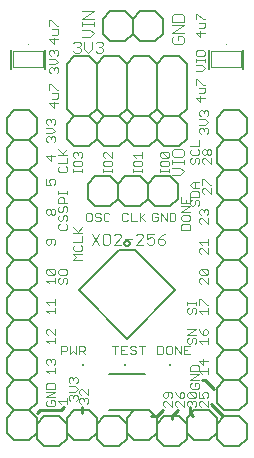
<source format=gto>
G75*
%MOIN*%
%OFA0B0*%
%FSLAX24Y24*%
%IPPOS*%
%LPD*%
%AMOC8*
5,1,8,0,0,1.08239X$1,22.5*
%
%ADD10C,0.0030*%
%ADD11C,0.0100*%
%ADD12C,0.0050*%
%ADD13C,0.0060*%
%ADD14R,0.0098X0.0098*%
%ADD15C,0.0004*%
%ADD16C,0.0030*%
D10*
X001965Y002029D02*
X002013Y001981D01*
X002207Y001981D01*
X002255Y002029D01*
X002255Y002126D01*
X002207Y002175D01*
X002110Y002175D01*
X002110Y002078D01*
X002013Y002175D02*
X001965Y002126D01*
X001965Y002029D01*
X001965Y002276D02*
X002255Y002469D01*
X001965Y002469D01*
X001965Y002570D02*
X001965Y002715D01*
X002013Y002764D01*
X002207Y002764D01*
X002255Y002715D01*
X002255Y002570D01*
X001965Y002570D01*
X001965Y002276D02*
X002255Y002276D01*
X002365Y002167D02*
X002655Y002167D01*
X002715Y002213D02*
X002715Y002310D01*
X002763Y002358D01*
X002812Y002358D01*
X002860Y002310D01*
X002908Y002358D01*
X002957Y002358D01*
X003005Y002310D01*
X003005Y002213D01*
X002957Y002165D01*
X003065Y002210D02*
X003113Y002258D01*
X003162Y002258D01*
X003210Y002210D01*
X003258Y002258D01*
X003307Y002258D01*
X003355Y002210D01*
X003355Y002113D01*
X003307Y002065D01*
X003210Y002162D02*
X003210Y002210D01*
X003065Y002210D02*
X003065Y002113D01*
X003113Y002065D01*
X003113Y002360D02*
X003065Y002408D01*
X003065Y002505D01*
X003113Y002553D01*
X003162Y002553D01*
X003355Y002360D01*
X003355Y002553D01*
X003005Y002556D02*
X002908Y002653D01*
X002715Y002653D01*
X002763Y002754D02*
X002715Y002803D01*
X002715Y002899D01*
X002763Y002948D01*
X002812Y002948D01*
X002860Y002899D01*
X002908Y002948D01*
X002957Y002948D01*
X003005Y002899D01*
X003005Y002803D01*
X002957Y002754D01*
X002860Y002851D02*
X002860Y002899D01*
X003005Y002556D02*
X002908Y002460D01*
X002715Y002460D01*
X002655Y002264D02*
X002655Y002070D01*
X002763Y002165D02*
X002715Y002213D01*
X002860Y002262D02*
X002860Y002310D01*
X002462Y002070D02*
X002365Y002167D01*
X002255Y003076D02*
X002255Y003269D01*
X002255Y003172D02*
X001965Y003172D01*
X002062Y003076D01*
X002013Y003370D02*
X001965Y003419D01*
X001965Y003515D01*
X002013Y003564D01*
X002062Y003564D01*
X002110Y003515D01*
X002158Y003564D01*
X002207Y003564D01*
X002255Y003515D01*
X002255Y003419D01*
X002207Y003370D01*
X002110Y003467D02*
X002110Y003515D01*
X002465Y003715D02*
X002465Y004005D01*
X002610Y004005D01*
X002658Y003957D01*
X002658Y003860D01*
X002610Y003812D01*
X002465Y003812D01*
X002255Y004076D02*
X002255Y004269D01*
X002255Y004172D02*
X001965Y004172D01*
X002062Y004076D01*
X002013Y004370D02*
X001965Y004419D01*
X001965Y004515D01*
X002013Y004564D01*
X002062Y004564D01*
X002255Y004370D01*
X002255Y004564D01*
X002255Y005076D02*
X002255Y005269D01*
X002255Y005172D02*
X001965Y005172D01*
X002062Y005076D01*
X002062Y005370D02*
X001965Y005467D01*
X002255Y005467D01*
X002255Y005370D02*
X002255Y005564D01*
X002255Y006076D02*
X002255Y006269D01*
X002255Y006172D02*
X001965Y006172D01*
X002062Y006076D01*
X002013Y006370D02*
X001965Y006419D01*
X001965Y006515D01*
X002013Y006564D01*
X002207Y006370D01*
X002255Y006419D01*
X002255Y006515D01*
X002207Y006564D01*
X002013Y006564D01*
X002013Y006370D02*
X002207Y006370D01*
X002365Y006408D02*
X002365Y006505D01*
X002413Y006553D01*
X002607Y006553D01*
X002655Y006505D01*
X002655Y006408D01*
X002607Y006360D01*
X002413Y006360D01*
X002365Y006408D01*
X002413Y006258D02*
X002365Y006210D01*
X002365Y006113D01*
X002413Y006065D01*
X002462Y006065D01*
X002510Y006113D01*
X002510Y006210D01*
X002558Y006258D01*
X002607Y006258D01*
X002655Y006210D01*
X002655Y006113D01*
X002607Y006065D01*
X002865Y006865D02*
X002962Y006962D01*
X002865Y007058D01*
X003155Y007058D01*
X003107Y007160D02*
X003155Y007208D01*
X003155Y007305D01*
X003107Y007353D01*
X003155Y007454D02*
X003155Y007648D01*
X003155Y007749D02*
X002865Y007749D01*
X003010Y007797D02*
X003155Y007942D01*
X003058Y007749D02*
X002865Y007942D01*
X002655Y007913D02*
X002607Y007865D01*
X002413Y007865D01*
X002365Y007913D01*
X002365Y008010D01*
X002413Y008058D01*
X002413Y008160D02*
X002462Y008160D01*
X002510Y008208D01*
X002510Y008305D01*
X002558Y008353D01*
X002607Y008353D01*
X002655Y008305D01*
X002655Y008208D01*
X002607Y008160D01*
X002607Y008058D02*
X002655Y008010D01*
X002655Y007913D01*
X002413Y008160D02*
X002365Y008208D01*
X002365Y008305D01*
X002413Y008353D01*
X002413Y008454D02*
X002365Y008503D01*
X002365Y008599D01*
X002413Y008648D01*
X002510Y008599D02*
X002510Y008503D01*
X002462Y008454D01*
X002413Y008454D01*
X002510Y008599D02*
X002558Y008648D01*
X002607Y008648D01*
X002655Y008599D01*
X002655Y008503D01*
X002607Y008454D01*
X002655Y008749D02*
X002365Y008749D01*
X002365Y008894D01*
X002413Y008942D01*
X002510Y008942D01*
X002558Y008894D01*
X002558Y008749D01*
X002655Y009044D02*
X002655Y009140D01*
X002655Y009092D02*
X002365Y009092D01*
X002365Y009044D02*
X002365Y009140D01*
X002207Y009370D02*
X002255Y009419D01*
X002255Y009515D01*
X002207Y009564D01*
X002110Y009564D01*
X002062Y009515D01*
X002062Y009467D01*
X002110Y009370D01*
X001965Y009370D01*
X001965Y009564D01*
X002365Y009829D02*
X002413Y009781D01*
X002607Y009781D01*
X002655Y009829D01*
X002655Y009926D01*
X002607Y009975D01*
X002655Y010076D02*
X002655Y010269D01*
X002655Y010370D02*
X002365Y010370D01*
X002255Y010315D02*
X001965Y010315D01*
X002110Y010170D01*
X002110Y010364D01*
X002365Y010564D02*
X002558Y010370D01*
X002510Y010419D02*
X002655Y010564D01*
X002865Y010415D02*
X002913Y010464D01*
X002962Y010464D01*
X003010Y010415D01*
X003058Y010464D01*
X003107Y010464D01*
X003155Y010415D01*
X003155Y010319D01*
X003107Y010270D01*
X003107Y010169D02*
X002913Y010169D01*
X002865Y010121D01*
X002865Y010024D01*
X002913Y009976D01*
X003107Y009976D01*
X003155Y010024D01*
X003155Y010121D01*
X003107Y010169D01*
X003010Y010367D02*
X003010Y010415D01*
X002865Y010415D02*
X002865Y010319D01*
X002913Y010270D01*
X002655Y010076D02*
X002365Y010076D01*
X002413Y009975D02*
X002365Y009926D01*
X002365Y009829D01*
X002865Y009828D02*
X003155Y009828D01*
X003155Y009876D02*
X003155Y009779D01*
X002865Y009779D02*
X002865Y009876D01*
X002207Y010781D02*
X002255Y010829D01*
X002255Y010926D01*
X002207Y010975D01*
X002158Y010975D01*
X002110Y010926D01*
X002110Y010878D01*
X002110Y010926D02*
X002062Y010975D01*
X002013Y010975D01*
X001965Y010926D01*
X001965Y010829D01*
X002013Y010781D01*
X001965Y011076D02*
X002158Y011076D01*
X002255Y011172D01*
X002158Y011269D01*
X001965Y011269D01*
X002013Y011370D02*
X001965Y011419D01*
X001965Y011515D01*
X002013Y011564D01*
X002062Y011564D01*
X002110Y011515D01*
X002158Y011564D01*
X002207Y011564D01*
X002255Y011515D01*
X002255Y011419D01*
X002207Y011370D01*
X002110Y011467D02*
X002110Y011515D01*
X002210Y011931D02*
X002210Y012125D01*
X002162Y012226D02*
X002307Y012226D01*
X002355Y012274D01*
X002355Y012419D01*
X002162Y012419D01*
X002065Y012520D02*
X002065Y012714D01*
X002113Y012714D01*
X002307Y012520D01*
X002355Y012520D01*
X002355Y012076D02*
X002065Y012076D01*
X002210Y011931D01*
X002307Y013081D02*
X002355Y013129D01*
X002355Y013226D01*
X002307Y013275D01*
X002258Y013275D01*
X002210Y013226D01*
X002210Y013178D01*
X002210Y013226D02*
X002162Y013275D01*
X002113Y013275D01*
X002065Y013226D01*
X002065Y013129D01*
X002113Y013081D01*
X002065Y013376D02*
X002258Y013376D01*
X002355Y013472D01*
X002258Y013569D01*
X002065Y013569D01*
X002113Y013670D02*
X002065Y013719D01*
X002065Y013815D01*
X002113Y013864D01*
X002162Y013864D01*
X002210Y013815D01*
X002258Y013864D01*
X002307Y013864D01*
X002355Y013815D01*
X002355Y013719D01*
X002307Y013670D01*
X002210Y013767D02*
X002210Y013815D01*
X002209Y014062D02*
X002064Y014207D01*
X002354Y014207D01*
X002209Y014256D02*
X002209Y014062D01*
X002161Y014357D02*
X002306Y014357D01*
X002354Y014405D01*
X002354Y014550D01*
X002161Y014550D01*
X002064Y014651D02*
X002064Y014845D01*
X002112Y014845D01*
X002306Y014651D01*
X002354Y014651D01*
X002927Y014135D02*
X003050Y014135D01*
X003112Y014074D01*
X003112Y014012D01*
X003050Y013950D01*
X003112Y013888D01*
X003112Y013827D01*
X003050Y013765D01*
X002927Y013765D01*
X002865Y013827D01*
X002988Y013950D02*
X003050Y013950D01*
X003233Y013888D02*
X003357Y013765D01*
X003480Y013888D01*
X003480Y014135D01*
X003602Y014074D02*
X003663Y014135D01*
X003787Y014135D01*
X003849Y014074D01*
X003849Y014012D01*
X003787Y013950D01*
X003849Y013888D01*
X003849Y013827D01*
X003787Y013765D01*
X003663Y013765D01*
X003602Y013827D01*
X003725Y013950D02*
X003787Y013950D01*
X003412Y014283D02*
X003535Y014406D01*
X003412Y014530D01*
X003165Y014530D01*
X003165Y014651D02*
X003165Y014775D01*
X003165Y014713D02*
X003535Y014713D01*
X003535Y014651D02*
X003535Y014775D01*
X003535Y014897D02*
X003165Y014897D01*
X003535Y015144D01*
X003165Y015144D01*
X003165Y014283D02*
X003412Y014283D01*
X003233Y014135D02*
X003233Y013888D01*
X002927Y014135D02*
X002865Y014074D01*
X003913Y010464D02*
X003865Y010415D01*
X003865Y010319D01*
X003913Y010270D01*
X003913Y010169D02*
X003865Y010121D01*
X003865Y010024D01*
X003913Y009976D01*
X004107Y009976D01*
X004155Y010024D01*
X004155Y010121D01*
X004107Y010169D01*
X003913Y010169D01*
X004155Y010270D02*
X003962Y010464D01*
X003913Y010464D01*
X004155Y010464D02*
X004155Y010270D01*
X004155Y009876D02*
X004155Y009779D01*
X004155Y009828D02*
X003865Y009828D01*
X003865Y009876D02*
X003865Y009779D01*
X003919Y008435D02*
X003870Y008387D01*
X003870Y008193D01*
X003919Y008145D01*
X004015Y008145D01*
X004064Y008193D01*
X004064Y008387D02*
X004015Y008435D01*
X003919Y008435D01*
X003769Y008387D02*
X003721Y008435D01*
X003624Y008435D01*
X003576Y008387D01*
X003576Y008338D01*
X003624Y008290D01*
X003721Y008290D01*
X003769Y008242D01*
X003769Y008193D01*
X003721Y008145D01*
X003624Y008145D01*
X003576Y008193D01*
X003475Y008193D02*
X003475Y008387D01*
X003426Y008435D01*
X003329Y008435D01*
X003281Y008387D01*
X003281Y008193D01*
X003329Y008145D01*
X003426Y008145D01*
X003475Y008193D01*
X003471Y007737D02*
X003718Y007367D01*
X003840Y007429D02*
X003901Y007367D01*
X004025Y007367D01*
X004086Y007429D01*
X004086Y007675D01*
X004025Y007737D01*
X003901Y007737D01*
X003840Y007675D01*
X003840Y007429D01*
X003718Y007737D02*
X003471Y007367D01*
X003155Y007454D02*
X002865Y007454D01*
X002913Y007353D02*
X002865Y007305D01*
X002865Y007208D01*
X002913Y007160D01*
X003107Y007160D01*
X003155Y006865D02*
X002865Y006865D01*
X002255Y007419D02*
X002255Y007515D01*
X002207Y007564D01*
X002013Y007564D01*
X001965Y007515D01*
X001965Y007419D01*
X002013Y007370D01*
X002062Y007370D01*
X002110Y007419D01*
X002110Y007564D01*
X002255Y007419D02*
X002207Y007370D01*
X002207Y008370D02*
X002158Y008370D01*
X002110Y008419D01*
X002110Y008515D01*
X002158Y008564D01*
X002207Y008564D01*
X002255Y008515D01*
X002255Y008419D01*
X002207Y008370D01*
X002110Y008419D02*
X002062Y008370D01*
X002013Y008370D01*
X001965Y008419D01*
X001965Y008515D01*
X002013Y008564D01*
X002062Y008564D01*
X002110Y008515D01*
X004208Y007675D02*
X004270Y007737D01*
X004393Y007737D01*
X004455Y007675D01*
X004455Y007614D01*
X004208Y007367D01*
X004455Y007367D01*
X004576Y007552D02*
X004823Y007552D01*
X004944Y007675D02*
X005006Y007737D01*
X005130Y007737D01*
X005191Y007675D01*
X005191Y007614D01*
X004944Y007367D01*
X005191Y007367D01*
X005313Y007429D02*
X005375Y007367D01*
X005498Y007367D01*
X005560Y007429D01*
X005560Y007552D01*
X005498Y007614D01*
X005436Y007614D01*
X005313Y007552D01*
X005313Y007737D01*
X005560Y007737D01*
X005681Y007552D02*
X005866Y007552D01*
X005928Y007490D01*
X005928Y007429D01*
X005866Y007367D01*
X005743Y007367D01*
X005681Y007429D01*
X005681Y007552D01*
X005805Y007675D01*
X005928Y007737D01*
X005969Y008145D02*
X005969Y008435D01*
X006070Y008435D02*
X006215Y008435D01*
X006264Y008387D01*
X006264Y008193D01*
X006215Y008145D01*
X006070Y008145D01*
X006070Y008435D01*
X005776Y008435D02*
X005969Y008145D01*
X005776Y008145D02*
X005776Y008435D01*
X005675Y008387D02*
X005626Y008435D01*
X005529Y008435D01*
X005481Y008387D01*
X005481Y008193D01*
X005529Y008145D01*
X005626Y008145D01*
X005675Y008193D01*
X005675Y008290D01*
X005578Y008290D01*
X005264Y008145D02*
X005119Y008290D01*
X005070Y008242D02*
X005264Y008435D01*
X005070Y008435D02*
X005070Y008145D01*
X004969Y008145D02*
X004776Y008145D01*
X004776Y008435D01*
X004675Y008387D02*
X004626Y008435D01*
X004529Y008435D01*
X004481Y008387D01*
X004481Y008193D01*
X004529Y008145D01*
X004626Y008145D01*
X004675Y008193D01*
X004865Y009779D02*
X004865Y009876D01*
X004865Y009828D02*
X005155Y009828D01*
X005155Y009876D02*
X005155Y009779D01*
X005107Y009976D02*
X005155Y010024D01*
X005155Y010121D01*
X005107Y010169D01*
X004913Y010169D01*
X004865Y010121D01*
X004865Y010024D01*
X004913Y009976D01*
X005107Y009976D01*
X005155Y010270D02*
X005155Y010464D01*
X005155Y010367D02*
X004865Y010367D01*
X004962Y010270D01*
X005765Y010319D02*
X005765Y010415D01*
X005813Y010464D01*
X006007Y010270D01*
X006055Y010319D01*
X006055Y010415D01*
X006007Y010464D01*
X005813Y010464D01*
X005765Y010319D02*
X005813Y010270D01*
X006007Y010270D01*
X006007Y010169D02*
X005813Y010169D01*
X005765Y010121D01*
X005765Y010024D01*
X005813Y009976D01*
X006007Y009976D01*
X006055Y010024D01*
X006055Y010121D01*
X006007Y010169D01*
X006165Y010175D02*
X006165Y010051D01*
X006165Y010113D02*
X006535Y010113D01*
X006535Y010051D02*
X006535Y010175D01*
X006473Y010297D02*
X006535Y010358D01*
X006535Y010482D01*
X006473Y010544D01*
X006226Y010544D01*
X006165Y010482D01*
X006165Y010358D01*
X006226Y010297D01*
X006473Y010297D01*
X006765Y010210D02*
X006765Y010113D01*
X006813Y010065D01*
X006862Y010065D01*
X006910Y010113D01*
X006910Y010210D01*
X006958Y010258D01*
X007007Y010258D01*
X007055Y010210D01*
X007055Y010113D01*
X007007Y010065D01*
X007165Y010113D02*
X007213Y010065D01*
X007165Y010113D02*
X007165Y010210D01*
X007213Y010258D01*
X007262Y010258D01*
X007455Y010065D01*
X007455Y010258D01*
X007407Y010360D02*
X007358Y010360D01*
X007310Y010408D01*
X007310Y010505D01*
X007358Y010553D01*
X007407Y010553D01*
X007455Y010505D01*
X007455Y010408D01*
X007407Y010360D01*
X007310Y010408D02*
X007262Y010360D01*
X007213Y010360D01*
X007165Y010408D01*
X007165Y010505D01*
X007213Y010553D01*
X007262Y010553D01*
X007310Y010505D01*
X007055Y010505D02*
X007055Y010408D01*
X007007Y010360D01*
X006813Y010360D01*
X006765Y010408D01*
X006765Y010505D01*
X006813Y010553D01*
X006765Y010654D02*
X007055Y010654D01*
X007055Y010848D01*
X007113Y011065D02*
X007065Y011113D01*
X007065Y011210D01*
X007113Y011258D01*
X007162Y011258D01*
X007210Y011210D01*
X007258Y011258D01*
X007307Y011258D01*
X007355Y011210D01*
X007355Y011113D01*
X007307Y011065D01*
X007210Y011162D02*
X007210Y011210D01*
X007258Y011360D02*
X007065Y011360D01*
X007065Y011553D02*
X007258Y011553D01*
X007355Y011456D01*
X007258Y011360D01*
X007307Y011654D02*
X007355Y011703D01*
X007355Y011799D01*
X007307Y011848D01*
X007258Y011848D01*
X007210Y011799D01*
X007210Y011751D01*
X007210Y011799D02*
X007162Y011848D01*
X007113Y011848D01*
X007065Y011799D01*
X007065Y011703D01*
X007113Y011654D01*
X007090Y012115D02*
X007090Y012308D01*
X007042Y012410D02*
X007187Y012410D01*
X007235Y012458D01*
X007235Y012603D01*
X007042Y012603D01*
X006945Y012704D02*
X006945Y012898D01*
X006993Y012898D01*
X007187Y012704D01*
X007235Y012704D01*
X007235Y012260D02*
X006945Y012260D01*
X007090Y012115D01*
X007138Y013165D02*
X006945Y013165D01*
X006945Y013358D02*
X007138Y013358D01*
X007235Y013262D01*
X007138Y013165D01*
X007235Y013460D02*
X007235Y013556D01*
X007235Y013508D02*
X006945Y013508D01*
X006945Y013460D02*
X006945Y013556D01*
X006993Y013656D02*
X007187Y013656D01*
X007235Y013704D01*
X007235Y013801D01*
X007187Y013850D01*
X006993Y013850D01*
X006945Y013801D01*
X006945Y013704D01*
X006993Y013656D01*
X007091Y014284D02*
X007091Y014477D01*
X007042Y014579D02*
X007187Y014579D01*
X007236Y014627D01*
X007236Y014772D01*
X007042Y014772D01*
X006946Y014873D02*
X006946Y015067D01*
X006994Y015067D01*
X007187Y014873D01*
X007236Y014873D01*
X007236Y014429D02*
X006946Y014429D01*
X007091Y014284D01*
X006535Y014245D02*
X006535Y014122D01*
X006473Y014060D01*
X006226Y014060D01*
X006165Y014122D01*
X006165Y014245D01*
X006226Y014307D01*
X006350Y014307D02*
X006350Y014183D01*
X006350Y014307D02*
X006473Y014307D01*
X006535Y014245D01*
X006535Y014428D02*
X006165Y014428D01*
X006535Y014675D01*
X006165Y014675D01*
X006165Y014797D02*
X006165Y014982D01*
X006226Y015044D01*
X006473Y015044D01*
X006535Y014982D01*
X006535Y014797D01*
X006165Y014797D01*
X007007Y010553D02*
X007055Y010505D01*
X006813Y010258D02*
X006765Y010210D01*
X006412Y009930D02*
X006535Y009806D01*
X006412Y009683D01*
X006165Y009683D01*
X006055Y009779D02*
X006055Y009876D01*
X006055Y009828D02*
X005765Y009828D01*
X005765Y009876D02*
X005765Y009779D01*
X006165Y009930D02*
X006412Y009930D01*
X006862Y009448D02*
X006765Y009351D01*
X006862Y009254D01*
X007055Y009254D01*
X007007Y009153D02*
X006813Y009153D01*
X006765Y009105D01*
X006765Y008960D01*
X007055Y008960D01*
X007055Y009105D01*
X007007Y009153D01*
X006910Y009254D02*
X006910Y009448D01*
X006862Y009448D02*
X007055Y009448D01*
X007165Y009360D02*
X007165Y009553D01*
X007213Y009553D01*
X007407Y009360D01*
X007455Y009360D01*
X007455Y009258D02*
X007455Y009065D01*
X007262Y009258D01*
X007213Y009258D01*
X007165Y009210D01*
X007165Y009113D01*
X007213Y009065D01*
X007007Y008858D02*
X007055Y008810D01*
X007055Y008713D01*
X007007Y008665D01*
X006910Y008713D02*
X006910Y008810D01*
X006958Y008858D01*
X007007Y008858D01*
X006910Y008713D02*
X006862Y008665D01*
X006813Y008665D01*
X006765Y008713D01*
X006765Y008810D01*
X006813Y008858D01*
X006755Y008942D02*
X006755Y008749D01*
X006465Y008749D01*
X006465Y008942D01*
X006610Y008846D02*
X006610Y008749D01*
X006755Y008648D02*
X006465Y008648D01*
X006465Y008454D02*
X006755Y008648D01*
X006755Y008454D02*
X006465Y008454D01*
X006513Y008353D02*
X006465Y008305D01*
X006465Y008208D01*
X006513Y008160D01*
X006707Y008160D01*
X006755Y008208D01*
X006755Y008305D01*
X006707Y008353D01*
X006513Y008353D01*
X006513Y008058D02*
X006465Y008010D01*
X006465Y007865D01*
X006755Y007865D01*
X006755Y008010D01*
X006707Y008058D01*
X006513Y008058D01*
X007065Y008113D02*
X007113Y008065D01*
X007065Y008113D02*
X007065Y008210D01*
X007113Y008258D01*
X007162Y008258D01*
X007355Y008065D01*
X007355Y008258D01*
X007307Y008360D02*
X007355Y008408D01*
X007355Y008505D01*
X007307Y008553D01*
X007258Y008553D01*
X007210Y008505D01*
X007210Y008456D01*
X007210Y008505D02*
X007162Y008553D01*
X007113Y008553D01*
X007065Y008505D01*
X007065Y008408D01*
X007113Y008360D01*
X007355Y007553D02*
X007355Y007360D01*
X007355Y007456D02*
X007065Y007456D01*
X007162Y007360D01*
X007162Y007258D02*
X007113Y007258D01*
X007065Y007210D01*
X007065Y007113D01*
X007113Y007065D01*
X007162Y007258D02*
X007355Y007065D01*
X007355Y007258D01*
X007307Y006553D02*
X007113Y006553D01*
X007307Y006360D01*
X007355Y006408D01*
X007355Y006505D01*
X007307Y006553D01*
X007307Y006360D02*
X007113Y006360D01*
X007065Y006408D01*
X007065Y006505D01*
X007113Y006553D01*
X007113Y006258D02*
X007065Y006210D01*
X007065Y006113D01*
X007113Y006065D01*
X007113Y006258D02*
X007162Y006258D01*
X007355Y006065D01*
X007355Y006258D01*
X007113Y005553D02*
X007307Y005360D01*
X007355Y005360D01*
X007355Y005258D02*
X007355Y005065D01*
X007355Y005162D02*
X007065Y005162D01*
X007162Y005065D01*
X007065Y005360D02*
X007065Y005553D01*
X007113Y005553D01*
X006955Y005456D02*
X006955Y005360D01*
X006955Y005408D02*
X006665Y005408D01*
X006665Y005360D02*
X006665Y005456D01*
X006713Y005258D02*
X006665Y005210D01*
X006665Y005113D01*
X006713Y005065D01*
X006762Y005065D01*
X006810Y005113D01*
X006810Y005210D01*
X006858Y005258D01*
X006907Y005258D01*
X006955Y005210D01*
X006955Y005113D01*
X006907Y005065D01*
X006955Y004553D02*
X006665Y004553D01*
X006665Y004360D02*
X006955Y004553D01*
X007045Y004553D02*
X007093Y004456D01*
X007190Y004360D01*
X007190Y004505D01*
X007238Y004553D01*
X007287Y004553D01*
X007335Y004505D01*
X007335Y004408D01*
X007287Y004360D01*
X007190Y004360D01*
X007045Y004162D02*
X007335Y004162D01*
X007335Y004258D02*
X007335Y004065D01*
X007142Y004065D02*
X007045Y004162D01*
X006955Y004210D02*
X006955Y004113D01*
X006907Y004065D01*
X006810Y004113D02*
X006810Y004210D01*
X006858Y004258D01*
X006907Y004258D01*
X006955Y004210D01*
X006955Y004360D02*
X006665Y004360D01*
X006713Y004258D02*
X006665Y004210D01*
X006665Y004113D01*
X006713Y004065D01*
X006762Y004065D01*
X006810Y004113D01*
X006742Y004005D02*
X006549Y004005D01*
X006549Y003715D01*
X006742Y003715D01*
X006646Y003860D02*
X006549Y003860D01*
X006448Y003715D02*
X006448Y004005D01*
X006254Y004005D02*
X006254Y003715D01*
X006153Y003763D02*
X006153Y003957D01*
X006105Y004005D01*
X006008Y004005D01*
X005960Y003957D01*
X005960Y003763D01*
X006008Y003715D01*
X006105Y003715D01*
X006153Y003763D01*
X006254Y004005D02*
X006448Y003715D01*
X006813Y003348D02*
X006765Y003299D01*
X006765Y003154D01*
X007055Y003154D01*
X007055Y003299D01*
X007007Y003348D01*
X006813Y003348D01*
X006765Y003053D02*
X007055Y003053D01*
X006765Y002860D01*
X007055Y002860D01*
X007007Y002758D02*
X006910Y002758D01*
X006910Y002662D01*
X007007Y002758D02*
X007055Y002710D01*
X007055Y002613D01*
X007007Y002565D01*
X006813Y002565D01*
X006765Y002613D01*
X006765Y002710D01*
X006813Y002758D01*
X006907Y002453D02*
X006713Y002453D01*
X006907Y002260D01*
X006955Y002308D01*
X006955Y002405D01*
X006907Y002453D01*
X006907Y002260D02*
X006713Y002260D01*
X006665Y002308D01*
X006665Y002405D01*
X006713Y002453D01*
X006555Y002405D02*
X006555Y002308D01*
X006507Y002260D01*
X006410Y002260D01*
X006410Y002405D01*
X006458Y002453D01*
X006507Y002453D01*
X006555Y002405D01*
X006410Y002260D02*
X006313Y002356D01*
X006265Y002453D01*
X006155Y002405D02*
X006155Y002308D01*
X006107Y002260D01*
X006010Y002308D02*
X006010Y002453D01*
X006107Y002453D02*
X005913Y002453D01*
X005865Y002405D01*
X005865Y002308D01*
X005913Y002260D01*
X005962Y002260D01*
X006010Y002308D01*
X005962Y002158D02*
X005913Y002158D01*
X005865Y002110D01*
X005865Y002013D01*
X005913Y001965D01*
X005962Y002158D02*
X006155Y001965D01*
X006155Y002158D01*
X006265Y002110D02*
X006265Y002013D01*
X006313Y001965D01*
X006265Y002110D02*
X006313Y002158D01*
X006362Y002158D01*
X006555Y001965D01*
X006555Y002158D01*
X006665Y002110D02*
X006665Y002013D01*
X006713Y001965D01*
X006810Y002062D02*
X006810Y002110D01*
X006858Y002158D01*
X006907Y002158D01*
X006955Y002110D01*
X006955Y002013D01*
X006907Y001965D01*
X006810Y002110D02*
X006762Y002158D01*
X006713Y002158D01*
X006665Y002110D01*
X007065Y002110D02*
X007065Y002013D01*
X007113Y001965D01*
X007065Y002110D02*
X007113Y002158D01*
X007162Y002158D01*
X007355Y001965D01*
X007355Y002158D01*
X007307Y002260D02*
X007355Y002308D01*
X007355Y002405D01*
X007307Y002453D01*
X007210Y002453D01*
X007162Y002405D01*
X007162Y002356D01*
X007210Y002260D01*
X007065Y002260D01*
X007065Y002453D01*
X007142Y003065D02*
X007045Y003162D01*
X007335Y003162D01*
X007335Y003258D02*
X007335Y003065D01*
X007190Y003360D02*
X007190Y003553D01*
X007335Y003505D02*
X007045Y003505D01*
X007190Y003360D01*
X006155Y002405D02*
X006107Y002453D01*
X005810Y003715D02*
X005665Y003715D01*
X005665Y004005D01*
X005810Y004005D01*
X005858Y003957D01*
X005858Y003763D01*
X005810Y003715D01*
X005242Y004005D02*
X005049Y004005D01*
X005146Y004005D02*
X005146Y003715D01*
X004948Y003763D02*
X004899Y003715D01*
X004803Y003715D01*
X004754Y003763D01*
X004803Y003860D02*
X004899Y003860D01*
X004948Y003812D01*
X004948Y003763D01*
X004803Y003860D02*
X004754Y003908D01*
X004754Y003957D01*
X004803Y004005D01*
X004899Y004005D01*
X004948Y003957D01*
X004653Y004005D02*
X004460Y004005D01*
X004460Y003715D01*
X004653Y003715D01*
X004556Y003860D02*
X004460Y003860D01*
X004358Y004005D02*
X004165Y004005D01*
X004262Y004005D02*
X004262Y003715D01*
X003248Y003715D02*
X003151Y003812D01*
X003199Y003812D02*
X003054Y003812D01*
X003054Y003715D02*
X003054Y004005D01*
X003199Y004005D01*
X003248Y003957D01*
X003248Y003860D01*
X003199Y003812D01*
X002953Y003715D02*
X002953Y004005D01*
X002856Y003812D02*
X002953Y003715D01*
X002856Y003812D02*
X002760Y003715D01*
X002760Y004005D01*
D11*
X002550Y001950D02*
X002450Y001850D01*
X001750Y001850D01*
X001650Y001750D01*
X003150Y001750D02*
X003150Y001950D01*
X005450Y001650D02*
X005650Y001650D01*
X005850Y001850D01*
X006150Y001650D02*
X006150Y001550D01*
X006150Y001650D02*
X006350Y001850D01*
X006750Y001750D02*
X006850Y001650D01*
X006750Y001750D02*
X006750Y001950D01*
X007150Y002850D02*
X007250Y002850D01*
X007550Y002550D01*
X007450Y002050D02*
X007850Y001650D01*
D12*
X005241Y001859D02*
X004059Y001859D01*
X004059Y003041D02*
X005241Y003041D01*
X004650Y004235D02*
X006265Y005850D01*
X004928Y007186D01*
X004372Y007186D01*
X003035Y005850D01*
X004650Y004235D01*
X004562Y007409D02*
X004564Y007427D01*
X004570Y007445D01*
X004579Y007461D01*
X004591Y007474D01*
X004606Y007485D01*
X004623Y007493D01*
X004641Y007497D01*
X004659Y007497D01*
X004677Y007493D01*
X004694Y007485D01*
X004709Y007474D01*
X004721Y007461D01*
X004730Y007445D01*
X004736Y007427D01*
X004738Y007409D01*
X004736Y007391D01*
X004730Y007373D01*
X004721Y007357D01*
X004709Y007344D01*
X004694Y007333D01*
X004677Y007325D01*
X004659Y007321D01*
X004641Y007321D01*
X004623Y007325D01*
X004606Y007333D01*
X004591Y007344D01*
X004579Y007357D01*
X004570Y007373D01*
X004564Y007391D01*
X004562Y007409D01*
X001909Y013235D02*
X001909Y013865D01*
X000791Y013865D02*
X000791Y013235D01*
X007391Y013235D02*
X007391Y013865D01*
X008509Y013865D02*
X008509Y013235D01*
D13*
X000650Y001100D02*
X000900Y000850D01*
X001400Y000850D01*
X001650Y001100D01*
X001650Y001600D01*
X001400Y001850D01*
X000900Y001850D01*
X000650Y002100D01*
X000650Y002600D01*
X000900Y002850D01*
X000650Y003100D01*
X000650Y003600D01*
X000900Y003850D01*
X000650Y004100D01*
X000650Y004600D01*
X000900Y004850D01*
X000650Y005100D01*
X000650Y005600D01*
X000900Y005850D01*
X000650Y006100D01*
X000650Y006600D01*
X000900Y006850D01*
X000650Y007100D01*
X000650Y007600D01*
X000900Y007850D01*
X000650Y008100D01*
X000650Y008600D01*
X000900Y008850D01*
X000650Y009100D01*
X000650Y009600D01*
X000900Y009850D01*
X000650Y010100D01*
X000650Y010600D01*
X000900Y010850D01*
X000650Y011100D01*
X000650Y011600D01*
X000900Y011850D01*
X001400Y011850D01*
X001650Y011600D01*
X001650Y011100D01*
X001400Y010850D01*
X001650Y010600D01*
X001650Y010100D01*
X001400Y009850D01*
X000900Y009850D01*
X001400Y009850D02*
X001650Y009600D01*
X001650Y009100D01*
X001400Y008850D01*
X001650Y008600D01*
X001650Y008100D01*
X001400Y007850D01*
X001650Y007600D01*
X001650Y007100D01*
X001400Y006850D01*
X000900Y006850D01*
X001400Y006850D02*
X001650Y006600D01*
X001650Y006100D01*
X001400Y005850D01*
X001650Y005600D01*
X001650Y005100D01*
X001400Y004850D01*
X001650Y004600D01*
X001650Y004100D01*
X001400Y003850D01*
X000900Y003850D01*
X001400Y003850D02*
X001650Y003600D01*
X001650Y003100D01*
X001400Y002850D01*
X001650Y002600D01*
X001650Y002100D01*
X001400Y001850D01*
X000900Y001850D01*
X000650Y001600D01*
X000650Y001100D01*
X001650Y000900D02*
X001900Y000650D01*
X002400Y000650D01*
X002650Y000900D01*
X002650Y001400D01*
X002400Y001650D01*
X001900Y001650D01*
X001650Y001400D01*
X001650Y000900D01*
X002650Y001100D02*
X002900Y000850D01*
X003400Y000850D01*
X003650Y001100D01*
X003650Y001600D01*
X003400Y001850D01*
X002900Y001850D01*
X002650Y001600D01*
X002650Y001100D01*
X003650Y000900D02*
X003900Y000650D01*
X004400Y000650D01*
X004650Y000900D01*
X004650Y001400D01*
X004400Y001650D01*
X003900Y001650D01*
X003650Y001400D01*
X003650Y000900D01*
X004650Y001100D02*
X004900Y000850D01*
X005400Y000850D01*
X005650Y001100D01*
X005650Y001600D01*
X005400Y001850D01*
X004900Y001850D01*
X004650Y001600D01*
X004650Y001100D01*
X005650Y000900D02*
X005900Y000650D01*
X006400Y000650D01*
X006650Y000900D01*
X006650Y001400D01*
X006400Y001650D01*
X005900Y001650D01*
X005650Y001400D01*
X005650Y000900D01*
X006650Y001100D02*
X006900Y000850D01*
X007400Y000850D01*
X007650Y001100D01*
X007650Y001600D01*
X007400Y001850D01*
X006900Y001850D01*
X006650Y001600D01*
X006650Y001100D01*
X007650Y000900D02*
X007900Y000650D01*
X008400Y000650D01*
X008650Y000900D01*
X008650Y001400D01*
X008400Y001650D01*
X007900Y001650D01*
X007650Y001400D01*
X007650Y000900D01*
X007900Y001850D02*
X007650Y002100D01*
X007650Y002600D01*
X007900Y002850D01*
X007650Y003100D01*
X007650Y003600D01*
X007900Y003850D01*
X007650Y004100D01*
X007650Y004600D01*
X007900Y004850D01*
X007650Y005100D01*
X007650Y005600D01*
X007900Y005850D01*
X007650Y006100D01*
X007650Y006600D01*
X007900Y006850D01*
X007650Y007100D01*
X007650Y007600D01*
X007900Y007850D01*
X007650Y008100D01*
X007650Y008600D01*
X007900Y008850D01*
X007650Y009100D01*
X007650Y009600D01*
X007900Y009850D01*
X007650Y010100D01*
X007650Y010600D01*
X007900Y010850D01*
X007650Y011100D01*
X007650Y011600D01*
X007900Y011850D01*
X008400Y011850D01*
X008650Y011600D01*
X008650Y011100D01*
X008400Y010850D01*
X008650Y010600D01*
X008650Y010100D01*
X008400Y009850D01*
X007900Y009850D01*
X008400Y009850D02*
X008650Y009600D01*
X008650Y009100D01*
X008400Y008850D01*
X008650Y008600D01*
X008650Y008100D01*
X008400Y007850D01*
X008650Y007600D01*
X008650Y007100D01*
X008400Y006850D01*
X007900Y006850D01*
X008400Y006850D02*
X008650Y006600D01*
X008650Y006100D01*
X008400Y005850D01*
X008650Y005600D01*
X008650Y005100D01*
X008400Y004850D01*
X008650Y004600D01*
X008650Y004100D01*
X008400Y003850D01*
X007900Y003850D01*
X008400Y003850D02*
X008650Y003600D01*
X008650Y003100D01*
X008400Y002850D01*
X008650Y002600D01*
X008650Y002100D01*
X008400Y001850D01*
X007900Y001850D01*
X007900Y002850D02*
X008400Y002850D01*
X008400Y004850D02*
X007900Y004850D01*
X007900Y005850D02*
X008400Y005850D01*
X008400Y007850D02*
X007900Y007850D01*
X007900Y008850D02*
X008400Y008850D01*
X008400Y010850D02*
X007900Y010850D01*
X006650Y010900D02*
X006400Y010650D01*
X005900Y010650D01*
X005650Y010900D01*
X005400Y010650D01*
X004900Y010650D01*
X004650Y010900D01*
X004400Y010650D01*
X003900Y010650D01*
X003650Y010900D01*
X003400Y010650D01*
X002900Y010650D01*
X002650Y010900D01*
X002650Y011400D01*
X002900Y011650D01*
X003400Y011650D01*
X003650Y011400D01*
X003900Y011650D01*
X004400Y011650D01*
X004650Y011400D01*
X004650Y010900D01*
X004650Y011400D02*
X004900Y011650D01*
X005400Y011650D01*
X005650Y011400D01*
X005900Y011650D01*
X006400Y011650D01*
X006650Y011400D01*
X006650Y010900D01*
X006400Y011650D02*
X005900Y011650D01*
X005650Y011900D01*
X005650Y013400D01*
X005400Y013650D01*
X004900Y013650D01*
X004650Y013400D01*
X004650Y011900D01*
X004400Y011650D01*
X003900Y011650D01*
X003650Y011900D01*
X003400Y011650D01*
X002900Y011650D01*
X002650Y011900D01*
X002650Y013400D01*
X002900Y013650D01*
X003400Y013650D01*
X003650Y013400D01*
X003650Y011900D01*
X003650Y011400D02*
X003650Y010900D01*
X003600Y009650D02*
X004100Y009650D01*
X004350Y009400D01*
X004600Y009650D01*
X005100Y009650D01*
X005350Y009400D01*
X005600Y009650D01*
X006100Y009650D01*
X006350Y009400D01*
X006350Y008900D01*
X006100Y008650D01*
X005600Y008650D01*
X005350Y008900D01*
X005100Y008650D01*
X004600Y008650D01*
X004350Y008900D01*
X004100Y008650D01*
X003600Y008650D01*
X003350Y008900D01*
X003350Y009400D01*
X003600Y009650D01*
X004350Y009400D02*
X004350Y008900D01*
X005350Y008900D02*
X005350Y009400D01*
X005650Y010900D02*
X005650Y011400D01*
X005400Y011650D02*
X005650Y011900D01*
X005400Y011650D02*
X004900Y011650D01*
X004650Y011900D01*
X004650Y013400D02*
X004400Y013650D01*
X003900Y013650D01*
X003650Y013400D01*
X004100Y014150D02*
X004600Y014150D01*
X004850Y014400D01*
X005100Y014150D01*
X005600Y014150D01*
X005850Y014400D01*
X005850Y014900D01*
X005600Y015150D01*
X005100Y015150D01*
X004850Y014900D01*
X004850Y014400D01*
X004850Y014900D02*
X004600Y015150D01*
X004100Y015150D01*
X003850Y014900D01*
X003850Y014400D01*
X004100Y014150D01*
X005650Y013400D02*
X005900Y013650D01*
X006400Y013650D01*
X006650Y013400D01*
X006650Y011900D01*
X006400Y011650D01*
X001400Y010850D02*
X000900Y010850D01*
X000900Y008850D02*
X001400Y008850D01*
X001400Y007850D02*
X000900Y007850D01*
X000900Y005850D02*
X001400Y005850D01*
X001400Y004850D02*
X000900Y004850D01*
X000900Y002850D02*
X001400Y002850D01*
D14*
X003201Y003350D03*
X004599Y003350D03*
X006101Y003350D03*
D15*
X007950Y014058D02*
X007950Y014062D01*
X001350Y014058D02*
X001350Y014062D01*
D16*
X001850Y013810D02*
X001850Y013294D01*
X000846Y013294D01*
X000846Y013810D01*
X001850Y013810D01*
X007446Y013810D02*
X007446Y013294D01*
X008450Y013294D01*
X008450Y013810D01*
X007446Y013810D01*
M02*

</source>
